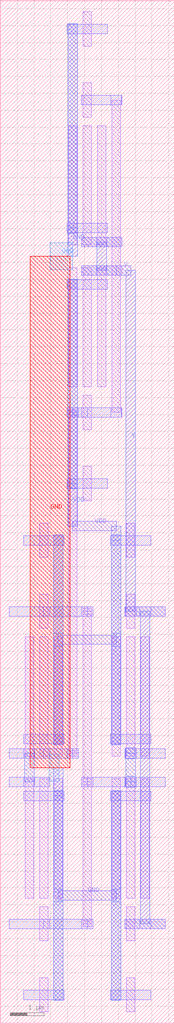
<source format=lef>
MACRO RING_OSC
  ORIGIN 0 0 ;
  FOREIGN RING_OSC 0 0 ;
  SIZE 5.16 BY 30.24 ;
  PIN GND
    DIRECTION INOUT ;
    USE SIGNAL ;
    PORT 
      LAYER M3 ;
        RECT 1.58 0.68 1.86 6.88 ;
      LAYER M3 ;
        RECT 3.3 0.68 3.58 6.88 ;
      LAYER M3 ;
        RECT 1.58 3.595 1.86 3.965 ;
      LAYER M2 ;
        RECT 1.72 3.64 3.44 3.92 ;
      LAYER M3 ;
        RECT 3.3 3.595 3.58 3.965 ;
      LAYER M3 ;
        RECT 2.01 23.36 2.29 29.56 ;
      LAYER M3 ;
        RECT 1.58 6.72 1.86 7.56 ;
      LAYER M4 ;
        RECT 1.45 7.16 1.75 7.96 ;
      LAYER M5 ;
        RECT 0.89 7.56 2.07 22.68 ;
      LAYER M4 ;
        RECT 1.48 22.28 2.15 23.08 ;
      LAYER M3 ;
        RECT 2.01 22.68 2.29 23.52 ;
    END
  END GND
  PIN VDD
    DIRECTION INOUT ;
    USE SIGNAL ;
    PORT 
      LAYER M3 ;
        RECT 1.58 8.24 1.86 14.44 ;
      LAYER M3 ;
        RECT 3.3 8.24 3.58 14.44 ;
      LAYER M3 ;
        RECT 1.58 11.155 1.86 11.525 ;
      LAYER M2 ;
        RECT 1.72 11.2 3.44 11.48 ;
      LAYER M3 ;
        RECT 3.3 11.155 3.58 11.525 ;
      LAYER M3 ;
        RECT 2.01 15.8 2.29 22 ;
      LAYER M3 ;
        RECT 3.3 14.28 3.58 14.7 ;
      LAYER M2 ;
        RECT 2.15 14.56 3.44 14.84 ;
      LAYER M3 ;
        RECT 2.01 14.7 2.29 15.96 ;
    END
  END VDD
  PIN Y
    DIRECTION INOUT ;
    USE SIGNAL ;
    PORT 
      LAYER M2 ;
        RECT 3.7 2.8 4.9 3.08 ;
      LAYER M2 ;
        RECT 3.7 12.04 4.9 12.32 ;
      LAYER M2 ;
        RECT 4.14 2.8 4.46 3.08 ;
      LAYER M3 ;
        RECT 4.16 2.94 4.44 12.18 ;
      LAYER M2 ;
        RECT 4.14 12.04 4.46 12.32 ;
      LAYER M2 ;
        RECT 2.41 22.12 3.61 22.4 ;
      LAYER M2 ;
        RECT 2.41 22.96 3.61 23.24 ;
      LAYER M2 ;
        RECT 2.85 22.12 3.17 22.4 ;
      LAYER M3 ;
        RECT 2.87 22.26 3.15 23.1 ;
      LAYER M2 ;
        RECT 2.85 22.96 3.17 23.24 ;
      LAYER M2 ;
        RECT 3.71 12.04 4.03 12.32 ;
      LAYER M3 ;
        RECT 3.73 12.18 4.01 22.26 ;
      LAYER M2 ;
        RECT 3.44 22.12 3.87 22.4 ;
    END
  END Y
  OBS 
  LAYER M2 ;
        RECT 0.26 7 1.46 7.28 ;
  LAYER M2 ;
        RECT 0.26 7.84 1.46 8.12 ;
  LAYER M2 ;
        RECT 0.7 7 1.02 7.28 ;
  LAYER M3 ;
        RECT 0.72 7.14 1 7.98 ;
  LAYER M2 ;
        RECT 0.7 7.84 1.02 8.12 ;
  LAYER M2 ;
        RECT 2.41 17.92 3.61 18.2 ;
  LAYER M2 ;
        RECT 2.41 27.16 3.61 27.44 ;
  LAYER M2 ;
        RECT 3.28 17.92 3.6 18.2 ;
  LAYER M1 ;
        RECT 3.315 18.06 3.565 27.3 ;
  LAYER M2 ;
        RECT 3.28 27.16 3.6 27.44 ;
  LAYER M2 ;
        RECT 1.29 7.84 2.15 8.12 ;
  LAYER M1 ;
        RECT 2.025 7.98 2.275 18.06 ;
  LAYER M2 ;
        RECT 2.15 17.92 2.58 18.2 ;
  LAYER M1 ;
        RECT 2.025 7.895 2.275 8.065 ;
  LAYER M2 ;
        RECT 1.98 7.84 2.32 8.12 ;
  LAYER M1 ;
        RECT 2.025 17.975 2.275 18.145 ;
  LAYER M2 ;
        RECT 1.98 17.92 2.32 18.2 ;
  LAYER M1 ;
        RECT 2.025 7.895 2.275 8.065 ;
  LAYER M2 ;
        RECT 1.98 7.84 2.32 8.12 ;
  LAYER M1 ;
        RECT 2.025 17.975 2.275 18.145 ;
  LAYER M2 ;
        RECT 1.98 17.92 2.32 18.2 ;
  LAYER M2 ;
        RECT 0.26 2.8 1.46 3.08 ;
  LAYER M2 ;
        RECT 3.7 7 4.9 7.28 ;
  LAYER M2 ;
        RECT 3.7 7.84 4.9 8.12 ;
  LAYER M2 ;
        RECT 0.26 12.04 1.46 12.32 ;
  LAYER M2 ;
        RECT 1.29 2.8 2.58 3.08 ;
  LAYER M1 ;
        RECT 2.455 2.94 2.705 7.14 ;
  LAYER M2 ;
        RECT 2.58 7 3.87 7.28 ;
  LAYER M2 ;
        RECT 3.71 7 4.03 7.28 ;
  LAYER M3 ;
        RECT 3.73 7.14 4.01 7.98 ;
  LAYER M2 ;
        RECT 3.71 7.84 4.03 8.12 ;
  LAYER M1 ;
        RECT 2.455 7.14 2.705 12.18 ;
  LAYER M2 ;
        RECT 1.29 12.04 2.58 12.32 ;
  LAYER M1 ;
        RECT 2.455 2.855 2.705 3.025 ;
  LAYER M2 ;
        RECT 2.41 2.8 2.75 3.08 ;
  LAYER M1 ;
        RECT 2.455 7.055 2.705 7.225 ;
  LAYER M2 ;
        RECT 2.41 7 2.75 7.28 ;
  LAYER M1 ;
        RECT 2.455 2.855 2.705 3.025 ;
  LAYER M2 ;
        RECT 2.41 2.8 2.75 3.08 ;
  LAYER M1 ;
        RECT 2.455 7.055 2.705 7.225 ;
  LAYER M2 ;
        RECT 2.41 7 2.75 7.28 ;
  LAYER M1 ;
        RECT 2.455 2.855 2.705 3.025 ;
  LAYER M2 ;
        RECT 2.41 2.8 2.75 3.08 ;
  LAYER M1 ;
        RECT 2.455 7.055 2.705 7.225 ;
  LAYER M2 ;
        RECT 2.41 7 2.75 7.28 ;
  LAYER M2 ;
        RECT 3.71 7 4.03 7.28 ;
  LAYER M3 ;
        RECT 3.73 6.98 4.01 7.3 ;
  LAYER M2 ;
        RECT 3.71 7.84 4.03 8.12 ;
  LAYER M3 ;
        RECT 3.73 7.82 4.01 8.14 ;
  LAYER M1 ;
        RECT 2.455 2.855 2.705 3.025 ;
  LAYER M2 ;
        RECT 2.41 2.8 2.75 3.08 ;
  LAYER M1 ;
        RECT 2.455 7.055 2.705 7.225 ;
  LAYER M2 ;
        RECT 2.41 7 2.75 7.28 ;
  LAYER M2 ;
        RECT 3.71 7 4.03 7.28 ;
  LAYER M3 ;
        RECT 3.73 6.98 4.01 7.3 ;
  LAYER M2 ;
        RECT 3.71 7.84 4.03 8.12 ;
  LAYER M3 ;
        RECT 3.73 7.82 4.01 8.14 ;
  LAYER M1 ;
        RECT 2.455 2.855 2.705 3.025 ;
  LAYER M2 ;
        RECT 2.41 2.8 2.75 3.08 ;
  LAYER M1 ;
        RECT 2.455 7.055 2.705 7.225 ;
  LAYER M2 ;
        RECT 2.41 7 2.75 7.28 ;
  LAYER M1 ;
        RECT 2.455 12.095 2.705 12.265 ;
  LAYER M2 ;
        RECT 2.41 12.04 2.75 12.32 ;
  LAYER M2 ;
        RECT 3.71 7 4.03 7.28 ;
  LAYER M3 ;
        RECT 3.73 6.98 4.01 7.3 ;
  LAYER M2 ;
        RECT 3.71 7.84 4.03 8.12 ;
  LAYER M3 ;
        RECT 3.73 7.82 4.01 8.14 ;
  LAYER M1 ;
        RECT 2.455 2.855 2.705 3.025 ;
  LAYER M2 ;
        RECT 2.41 2.8 2.75 3.08 ;
  LAYER M1 ;
        RECT 2.455 7.055 2.705 7.225 ;
  LAYER M2 ;
        RECT 2.41 7 2.75 7.28 ;
  LAYER M1 ;
        RECT 2.455 12.095 2.705 12.265 ;
  LAYER M2 ;
        RECT 2.41 12.04 2.75 12.32 ;
  LAYER M2 ;
        RECT 3.71 7 4.03 7.28 ;
  LAYER M3 ;
        RECT 3.73 6.98 4.01 7.3 ;
  LAYER M2 ;
        RECT 3.71 7.84 4.03 8.12 ;
  LAYER M3 ;
        RECT 3.73 7.82 4.01 8.14 ;
  LAYER M1 ;
        RECT 3.745 3.695 3.995 7.225 ;
  LAYER M1 ;
        RECT 3.745 2.435 3.995 3.445 ;
  LAYER M1 ;
        RECT 3.745 0.335 3.995 1.345 ;
  LAYER M1 ;
        RECT 4.175 3.695 4.425 7.225 ;
  LAYER M1 ;
        RECT 3.315 3.695 3.565 7.225 ;
  LAYER M2 ;
        RECT 3.27 0.7 4.47 0.98 ;
  LAYER M2 ;
        RECT 3.27 6.58 4.47 6.86 ;
  LAYER M2 ;
        RECT 3.7 7 4.9 7.28 ;
  LAYER M2 ;
        RECT 3.7 2.8 4.9 3.08 ;
  LAYER M3 ;
        RECT 3.3 0.68 3.58 6.88 ;
  LAYER M1 ;
        RECT 1.165 3.695 1.415 7.225 ;
  LAYER M1 ;
        RECT 1.165 2.435 1.415 3.445 ;
  LAYER M1 ;
        RECT 1.165 0.335 1.415 1.345 ;
  LAYER M1 ;
        RECT 0.735 3.695 0.985 7.225 ;
  LAYER M1 ;
        RECT 1.595 3.695 1.845 7.225 ;
  LAYER M2 ;
        RECT 0.69 0.7 1.89 0.98 ;
  LAYER M2 ;
        RECT 0.69 6.58 1.89 6.86 ;
  LAYER M2 ;
        RECT 0.26 7 1.46 7.28 ;
  LAYER M2 ;
        RECT 0.26 2.8 1.46 3.08 ;
  LAYER M3 ;
        RECT 1.58 0.68 1.86 6.88 ;
  LAYER M1 ;
        RECT 3.745 7.895 3.995 11.425 ;
  LAYER M1 ;
        RECT 3.745 11.675 3.995 12.685 ;
  LAYER M1 ;
        RECT 3.745 13.775 3.995 14.785 ;
  LAYER M1 ;
        RECT 4.175 7.895 4.425 11.425 ;
  LAYER M1 ;
        RECT 3.315 7.895 3.565 11.425 ;
  LAYER M2 ;
        RECT 3.27 14.14 4.47 14.42 ;
  LAYER M2 ;
        RECT 3.27 8.26 4.47 8.54 ;
  LAYER M2 ;
        RECT 3.7 7.84 4.9 8.12 ;
  LAYER M2 ;
        RECT 3.7 12.04 4.9 12.32 ;
  LAYER M3 ;
        RECT 3.3 8.24 3.58 14.44 ;
  LAYER M1 ;
        RECT 1.165 7.895 1.415 11.425 ;
  LAYER M1 ;
        RECT 1.165 11.675 1.415 12.685 ;
  LAYER M1 ;
        RECT 1.165 13.775 1.415 14.785 ;
  LAYER M1 ;
        RECT 0.735 7.895 0.985 11.425 ;
  LAYER M1 ;
        RECT 1.595 7.895 1.845 11.425 ;
  LAYER M2 ;
        RECT 0.69 14.14 1.89 14.42 ;
  LAYER M2 ;
        RECT 0.69 8.26 1.89 8.54 ;
  LAYER M2 ;
        RECT 0.26 7.84 1.46 8.12 ;
  LAYER M2 ;
        RECT 0.26 12.04 1.46 12.32 ;
  LAYER M3 ;
        RECT 1.58 8.24 1.86 14.44 ;
  LAYER M1 ;
        RECT 2.455 23.015 2.705 26.545 ;
  LAYER M1 ;
        RECT 2.455 26.795 2.705 27.805 ;
  LAYER M1 ;
        RECT 2.455 28.895 2.705 29.905 ;
  LAYER M1 ;
        RECT 2.885 23.015 3.135 26.545 ;
  LAYER M1 ;
        RECT 2.025 23.015 2.275 26.545 ;
  LAYER M2 ;
        RECT 1.98 29.26 3.18 29.54 ;
  LAYER M2 ;
        RECT 1.98 23.38 3.18 23.66 ;
  LAYER M2 ;
        RECT 2.41 22.96 3.61 23.24 ;
  LAYER M2 ;
        RECT 2.41 27.16 3.61 27.44 ;
  LAYER M3 ;
        RECT 2.01 23.36 2.29 29.56 ;
  LAYER M1 ;
        RECT 2.455 18.815 2.705 22.345 ;
  LAYER M1 ;
        RECT 2.455 17.555 2.705 18.565 ;
  LAYER M1 ;
        RECT 2.455 15.455 2.705 16.465 ;
  LAYER M1 ;
        RECT 2.885 18.815 3.135 22.345 ;
  LAYER M1 ;
        RECT 2.025 18.815 2.275 22.345 ;
  LAYER M2 ;
        RECT 1.98 15.82 3.18 16.1 ;
  LAYER M2 ;
        RECT 1.98 21.7 3.18 21.98 ;
  LAYER M2 ;
        RECT 2.41 22.12 3.61 22.4 ;
  LAYER M2 ;
        RECT 2.41 17.92 3.61 18.2 ;
  LAYER M3 ;
        RECT 2.01 15.8 2.29 22 ;
  END 
END RING_OSC

</source>
